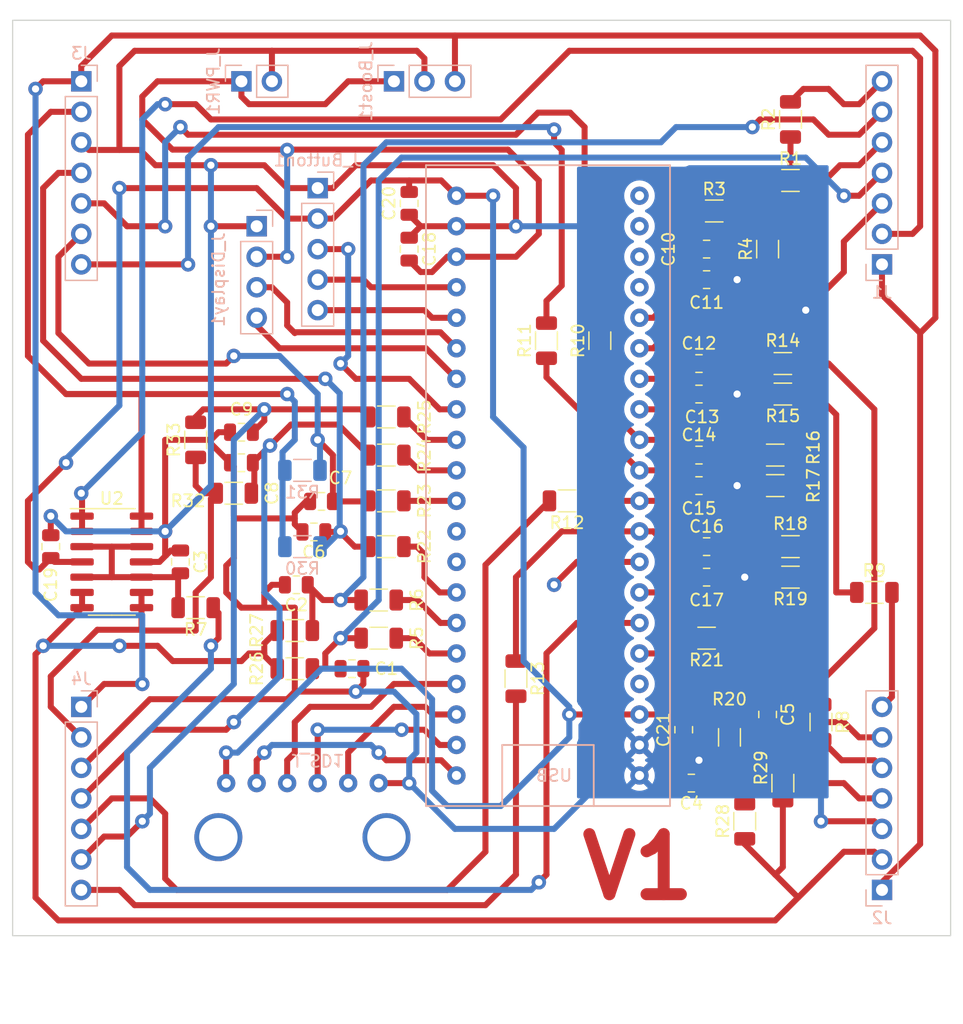
<source format=kicad_pcb>
(kicad_pcb (version 20211014) (generator pcbnew)
  (layers (0 "F.Cu" signal) (31 "B.Cu" signal) (34 "B.Paste" user) (35 "F.Paste" user) (36 "B.SilkS" user "B.Silkscreen") (37 "F.SilkS" user "F.Silkscreen") (38 "B.Mask" user) (39 "F.Mask" user) (44 "Edge.Cuts" user))
  (net 0 "")
  (net 1 "IN1")
  (net 2 "GND")
  (net 3 "IN2")
  (net 4 "+12V")
  (net 5 "Net-(C3-Pad2)")
  (net 6 "U1")
  (net 7 "U2")
  (net 8 "A1")
  (net 9 "A2")
  (net 10 "PWM1")
  (net 11 "PWM2")
  (net 12 "IN3")
  (net 13 "IN4")
  (net 14 "IN5")
  (net 15 "IN6")
  (net 16 "IN7")
  (net 17 "IN8")
  (net 18 "ref1")
  (net 19 "ref3")
  (net 20 "U5")
  (net 21 "U6")
  (net 22 "ref2")
  (net 23 "U3")
  (net 24 "U4")
  (net 25 "ref4")
  (net 26 "U7")
  (net 27 "U8")
  (net 28 "+5V")
  (net 29 "+3.3V")
  (net 30 "SW")
  (net 31 "DT")
  (net 32 "CLK")
  (net 33 "/SDA")
  (net 34 "REF_IN")
  (net 35 "A3")
  (net 36 "A4")
  (net 37 "A5")
  (net 38 "A6")
  (net 39 "A7")
  (net 40 "A8")
  (net 41 "PWM3")
  (net 42 "PWM4")
  (net 43 "PWM5")
  (net 44 "PWM6")
  (net 45 "PWM7")
  (net 46 "PWM8")
  (net 47 "Net-(J_Display1-Pad4)")
  (net 48 "Net-(J_SD1-Pad2)")
  (net 52 "unconnected-(U1-Pad13)")
  (net 57 "Net-(J_SD1-Pad3)")
  (net 58 "Net-(J_SD1-Pad4)")
  (net 59 "Net-(J_SD1-Pad5)")
  (footprint "Capacitor_SMD:C_0805_2012Metric" (layer "F.Cu") (at 83.185 62.865 180)
    (fp_text reference "C8")
    (fp_text value "C")
  )
  (footprint "Capacitor_SMD:C_0805_2012Metric" (layer "F.Cu") (at 83.1875 60.325 180)
    (fp_text reference "C9")
    (fp_text value "C")
  )
  (footprint "Resistor_SMD:R_1206_3216Metric" (layer "F.Cu") (at 94.615 77.47)
    (fp_text reference "R5")
    (fp_text value "10k")
  )
  (footprint "Resistor_SMD:R_1206_3216Metric" (layer "F.Cu") (at 95.25 62.23)
    (fp_text reference "R24")
    (fp_text value "10k")
  )
  (footprint "Capacitor_SMD:C_0805_2012Metric" (layer "F.Cu") (at 121.285 57.15)
    (fp_text reference "C13")
    (fp_text value "C")
  )
  (footprint "Resistor_SMD:R_1206_3216Metric" (layer "F.Cu") (at 79.375 60.96 90)
    (fp_text reference "R33")
    (fp_text value "10k")
  )
  (footprint "Capacitor_SMD:C_0805_2012Metric" (layer "F.Cu") (at 127 83.82 -90)
    (fp_text reference "C5")
    (fp_text value "C")
  )
  (footprint "Resistor_SMD:R_1206_3216Metric" (layer "F.Cu") (at 128.27 57.15 180)
    (fp_text reference "R15")
    (fp_text value "10k")
  )
  (footprint "Capacitor_SMD:C_0805_2012Metric" (layer "F.Cu") (at 121.92 72.39)
    (fp_text reference "C17")
    (fp_text value "C")
  )
  (footprint "Resistor_SMD:R_1206_3216Metric" (layer "F.Cu") (at 95.25 69.85)
    (fp_text reference "R22")
    (fp_text value "10k")
  )
  (footprint "Resistor_SMD:R_1206_3216Metric" (layer "F.Cu") (at 95.25 66.04)
    (fp_text reference "R23")
    (fp_text value "10k")
  )
  (footprint "Resistor_SMD:R_1206_3216Metric" (layer "F.Cu") (at 128.27 89.535 90)
    (fp_text reference "R29")
    (fp_text value "10k")
  )
  (footprint "Resistor_SMD:R_1206_3216Metric" (layer "F.Cu") (at 121.92 77.47 180)
    (fp_text reference "R21")
    (fp_text value "10k")
  )
  (footprint "Resistor_SMD:R_1206_3216Metric" (layer "F.Cu") (at 94.615 74.295)
    (fp_text reference "R6")
    (fp_text value "10k")
  )
  (footprint "Resistor_SMD:R_1206_3216Metric" (layer "F.Cu") (at 122.555 41.91)
    (fp_text reference "R3")
    (fp_text value "10k")
  )
  (footprint "Resistor_SMD:R_1206_3216Metric" (layer "F.Cu") (at 113.03 52.705 90)
    (fp_text reference "R10")
    (fp_text value "10k")
  )
  (footprint "Capacitor_SMD:C_0805_2012Metric" (layer "F.Cu") (at 121.285 62.23)
    (fp_text reference "C14")
    (fp_text value "C")
  )
  (footprint "Capacitor_SMD:C_0805_2012Metric" (layer "F.Cu") (at 121.92 47.625)
    (fp_text reference "C11")
    (fp_text value "C")
  )
  (footprint "Capacitor_SMD:C_0805_2012Metric" (layer "F.Cu") (at 121.92 45.085)
    (fp_text reference "C10")
    (fp_text value "C")
  )
  (footprint "Capacitor_SMD:C_0805_2012Metric" (layer "F.Cu") (at 67.31 69.85 -90)
    (fp_text reference "C19")
    (fp_text value "C")
  )
  (footprint "Resistor_SMD:R_1206_3216Metric" (layer "F.Cu") (at 128.905 69.85 180)
    (fp_text reference "R18")
    (fp_text value "10k")
  )
  (footprint "Capacitor_SMD:C_0805_2012Metric" (layer "F.Cu") (at 97.155 41.275 90)
    (fp_text reference "C20")
    (fp_text value "C")
  )
  (footprint "Package_SO:SOIC-14_3.9x8.7mm_P1.27mm" (layer "F.Cu") (at 72.39 71.12)
    (fp_text reference "U2")
    (fp_text value "LM324")
  )
  (footprint "Resistor_SMD:R_1206_3216Metric" (layer "F.Cu") (at 127 45.085 90)
    (fp_text reference "R4")
    (fp_text value "10k")
  )
  (footprint "Capacitor_SMD:C_0805_2012Metric" (layer "F.Cu") (at 89.22 68.625705 180)
    (fp_text reference "C6")
    (fp_text value "C")
  )
  (footprint "Capacitor_SMD:C_0805_2012Metric" (layer "F.Cu") (at 121.92 69.85)
    (fp_text reference "C16")
    (fp_text value "C")
  )
  (footprint "Resistor_SMD:R_1206_3216Metric" (layer "F.Cu") (at 87.63 76.835)
    (fp_text reference "R27")
    (fp_text value "10k")
  )
  (footprint "Resistor_SMD:R_1206_3216Metric" (layer "F.Cu") (at 95.25 59.055)
    (fp_text reference "R25")
    (fp_text value "10k")
  )
  (footprint "Resistor_SMD:R_1206_3216Metric" (layer "F.Cu") (at 108.585 52.705 90)
    (fp_text reference "R11")
    (fp_text value "10k")
  )
  (footprint "Capacitor_SMD:C_0805_2012Metric" (layer "F.Cu") (at 78.105 71.12 -90)
    (fp_text reference "C3")
    (fp_text value "C")
  )
  (footprint "Capacitor_SMD:C_0805_2012Metric" (layer "F.Cu") (at 121.285 54.61)
    (fp_text reference "C12")
    (fp_text value "C")
  )
  (footprint "Resistor_SMD:R_1206_3216Metric" (layer "F.Cu") (at 127.635 62.23 180)
    (fp_text reference "R16")
    (fp_text value "10k")
  )
  (footprint "Capacitor_SMD:C_0805_2012Metric" (layer "F.Cu") (at 87.757 73.025 180)
    (fp_text reference "C2")
    (fp_text value "C")
  )
  (footprint "Resistor_SMD:R_1206_3216Metric" (layer "F.Cu") (at 128.905 39.37)
    (fp_text reference "R1")
    (fp_text value "10k")
  )
  (footprint "Resistor_SMD:R_1206_3216Metric" (layer "F.Cu") (at 128.905 72.39 180)
    (fp_text reference "R19")
    (fp_text value "10k")
  )
  (footprint "Resistor_SMD:R_1206_3216Metric" (layer "F.Cu") (at 106.045 80.8375 -90)
    (fp_text reference "R13")
    (fp_text value "10k")
  )
  (footprint "Resistor_SMD:R_1206_3216Metric" (layer "F.Cu") (at 82.55 65.405)
    (fp_text reference "R32")
    (fp_text value "10k")
  )
  (footprint "Resistor_SMD:R_1206_3216Metric" (layer "F.Cu") (at 123.825 85.725 90)
    (fp_text reference "R20")
    (fp_text value "10k")
  )
  (footprint "Resistor_SMD:R_1206_3216Metric" (layer "F.Cu") (at 135.89 73.66)
    (fp_text reference "R9")
    (fp_text value "10k")
  )
  (footprint "Resistor_SMD:R_1206_3216Metric" (layer "F.Cu") (at 87.63 80.01)
    (fp_text reference "R26")
    (fp_text value "10k")
  )
  (footprint "Capacitor_SMD:C_0805_2012Metric" (layer "F.Cu") (at 120.65 89.535 180)
    (fp_text reference "C4")
    (fp_text value "C")
  )
  (footprint "Resistor_SMD:R_1206_3216Metric" (layer "F.Cu") (at 127.635 64.77 180)
    (fp_text reference "R17")
    (fp_text value "10k")
  )
  (footprint "Resistor_SMD:R_1206_3216Metric" (layer "F.Cu") (at 125.095 92.71 90)
    (fp_text reference "R28")
    (fp_text value "10k")
  )
  (footprint "Capacitor_SMD:C_0805_2012Metric" (layer "F.Cu") (at 121.285 64.77)
    (fp_text reference "C15")
    (fp_text value "C")
  )
  (footprint "Resistor_SMD:R_1206_3216Metric" (layer "F.Cu") (at 79.375 74.93 180)
    (fp_text reference "R7")
    (fp_text value "10k")
  )
  (footprint "Resistor_SMD:R_1206_3216Metric" (layer "F.Cu") (at 128.27 54.61 180)
    (fp_text reference "R14")
    (fp_text value "10k")
  )
  (footprint "Capacitor_SMD:C_0805_2012Metric" (layer "F.Cu") (at 89.855 66.085705 180)
    (fp_text reference "C7")
    (fp_text value "C")
  )
  (footprint "Capacitor_SMD:C_0805_2012Metric" (layer "F.Cu") (at 120.015 85.09 90)
    (fp_text reference "C21")
    (fp_text value "C")
  )
  (footprint "Resistor_SMD:R_1206_3216Metric" (layer "F.Cu") (at 110.2975 66.04 180)
    (fp_text reference "R12")
    (fp_text value "10k")
  )
  (footprint "Capacitor_SMD:C_0805_2012Metric" (layer "F.Cu") (at 97.155 45.085 -90)
    (fp_text reference "C18")
    (fp_text value "C")
  )
  (footprint "Capacitor_SMD:C_0805_2012Metric" (layer "F.Cu") (at 92.39 80.01)
    (fp_text reference "C1")
    (fp_text value "C")
  )
  (footprint "Resistor_SMD:R_1206_3216Metric" (layer "F.Cu") (at 128.905 34.29 90)
    (fp_text reference "R2")
    (fp_text value "10k")
  )
  (footprint "Resistor_SMD:R_1206_3216Metric" (layer "F.Cu") (at 131.445 84.455 -90)
    (fp_text reference "R8")
    (fp_text value "10k")
  )
  (footprint "Resistor_SMD:R_1206_3216Metric" (layer "B.Cu") (at 88.265 63.5)
    (fp_text reference "R31")
    (fp_text value "10k")
  )
  (footprint "Connector_PinHeader_2.54mm:PinHeader_1x07_P2.54mm_Vertical" (layer "B.Cu") (at 136.525 46.355)
    (fp_text reference "J1")
    (fp_text value "Conn_01x07_Male")
  )
  (footprint "Connector_PinHeader_2.54mm:PinHeader_1x03_P2.54mm_Vertical" (layer "B.Cu") (at 95.885 31.115 -90)
    (fp_text reference "J_Boost1")
    (fp_text value "Conn_01x03_Male")
  )
  (footprint "Connector_PinHeader_2.54mm:PinHeader_1x05_P2.54mm_Vertical" (layer "B.Cu") (at 89.535 40.005 180)
    (fp_text reference "J_Button1")
    (fp_text value "Conn_01x05_Male")
  )
  (footprint "Connector_PinHeader_2.54mm:PinHeader_1x07_P2.54mm_Vertical" (layer "B.Cu") (at 136.525 98.425)
    (fp_text reference "J2")
    (fp_text value "Conn_01x07_Male")
  )
  (footprint "controller:BluePill" (layer "B.Cu") (at 108.712 64.77)
    (fp_text reference "U1" hide)
    (fp_text value "BluePill_STM32F103C" hide)
  )
  (footprint "Connector_PinHeader_2.54mm:PinHeader_1x02_P2.54mm_Vertical" (layer "B.Cu") (at 83.185 31.115 -90)
    (fp_text reference "J_PWR1")
    (fp_text value "Conn_01x02_Male")
  )
  (footprint "Connector_PinHeader_2.54mm:PinHeader_1x07_P2.54mm_Vertical" (layer "B.Cu") (at 69.85 31.115 180)
    (fp_text reference "J3")
    (fp_text value "Conn_01x07_Male")
  )
  (footprint "controller:SD_Card_reader" (layer "B.Cu") (at 88.265 89.535 -90)
    (fp_text reference "J_SD1")
    (fp_text value "Conn_01x06_Male")
  )
  (footprint "Resistor_SMD:R_1206_3216Metric" (layer "B.Cu") (at 88.265 69.85)
    (fp_text reference "R30")
    (fp_text value "10k")
  )
  (footprint "Connector_PinHeader_2.54mm:PinHeader_1x07_P2.54mm_Vertical" (layer "B.Cu") (at 69.85 83.185 180)
    (fp_text reference "J4")
    (fp_text value "Conn_01x07_Male")
  )
  (footprint "Connector_PinHeader_2.54mm:PinHeader_1x04_P2.54mm_Vertical" (layer "B.Cu") (at 84.455 43.18 180)
    (fp_text reference "J_Display1")
    (fp_text value "Conn_01x04_Male")
  )
  (gr_rect (start 64.135 26.035) (end 142.24 102.235) (layer "Edge.Cuts") (width 0.1) (fill none))
  (gr_text "V1" (at 116.205 96.52) (layer "F.Cu") (effects (font (size 5 5) (thickness 1))))
  (segment (start 91.44 77.47) (end 90.17 78.74) (width 0.5) (layer "F.Cu") (net 1))
  (segment (start 134.62 40.64) (end 133.35 40.64) (width 0.5) (layer "F.Cu") (net 1))
  (segment (start 90.17 78.74) (end 90.17 80.01) (width 0.5) (layer "F.Cu") (net 1))
  (segment (start 91.44 80.01) (end 90.17 80.01) (width 0.5) (layer "F.Cu") (net 1))
  (segment (start 136.525 38.735) (end 134.62 40.64) (width 0.5) (layer "F.Cu") (net 1))
  (segment (start 89.0925 80.01) (end 90.17 80.01) (width 0.5) (layer "F.Cu") (net 1))
  (segment (start 91.44 77.47) (end 93.1525 77.47) (width 0.5) (layer "F.Cu") (net 1))
  (via (at 91.44 77.47) (size 1.2) (drill 0.6) (layers "F.Cu" "B.Cu") (net 1))
  (via (at 133.35 40.64) (size 1.2) (drill 0.6) (layers "F.Cu" "B.Cu") (net 1))
  (segment (start 130.175 37.465) (end 96.52 37.465) (width 0.5) (layer "B.Cu") (net 1))
  (segment (start 94.615 74.295) (end 91.44 77.47) (width 0.5) (layer "B.Cu") (net 1))
  (segment (start 94.615 39.37) (end 94.615 74.295) (width 0.5) (layer "B.Cu") (net 1))
  (segment (start 133.35 40.64) (end 130.175 37.465) (width 0.5) (layer "B.Cu") (net 1))
  (segment (start 96.52 37.465) (end 94.615 39.37) (width 0.5) (layer "B.Cu") (net 1))
  (segment (start 122.87 47.625) (end 124.46 47.625) (width 0.5) (layer "F.Cu") (net 2))
  (segment (start 76.915 70.565) (end 76.36 71.12) (width 0.5) (layer "F.Cu") (net 2))
  (segment (start 124.46 64.77) (end 124.46 62.23) (width 0.5) (layer "F.Cu") (net 2))
  (segment (start 80.645 60.96) (end 76.835 60.96) (width 0.5) (layer "F.Cu") (net 2))
  (segment (start 124.46 62.23) (end 126.1725 62.23) (width 0.5) (layer "F.Cu") (net 2))
  (segment (start 98.11 43.18) (end 97.155 44.135) (width 0.5) (layer "F.Cu") (net 2))
  (segment (start 124.46 57.15) (end 124.46 54.61) (width 0.5) (layer "F.Cu") (net 2))
  (segment (start 136.525 41.275) (end 133.35 44.45) (width 0.5) (layer "F.Cu") (net 2))
  (segment (start 124.0175 41.91) (end 125.73 41.91) (width 0.5) (layer "F.Cu") (net 2))
  (segment (start 106.044998 43.18) (end 106.045 43.180002) (width 0.5) (layer "F.Cu") (net 2))
  (segment (start 125.73 42.545) (end 125.73 41.91) (width 0.5) (layer "F.Cu") (net 2))
  (segment (start 120.015 87.63) (end 120.015 86.04) (width 0.5) (layer "F.Cu") (net 2))
  (segment (start 126.8075 57.15) (end 124.46 57.15) (width 0.5) (layer "F.Cu") (net 2))
  (segment (start 80.645 60.96) (end 80.645 61.275) (width 0.5) (layer "F.Cu") (net 2))
  (segment (start 90.805 40.005) (end 92.71 38.1) (width 0.5) (layer "F.Cu") (net 2))
  (segment (start 74.752525 36.83) (end 76.022525 38.1) (width 0.5) (layer "F.Cu") (net 2))
  (segment (start 85.09 73.66) (end 85.09 74.6125) (width 0.5) (layer "F.Cu") (net 2))
  (segment (start 121.285 87.63) (end 121.92 86.995) (width 0.5) (layer "F.Cu") (net 2))
  (segment (start 84.455 43.18) (end 80.645 43.18) (width 0.5) (layer "F.Cu") (net 2))
  (segment (start 82.55 63.18) (end 82.235 62.865) (width 0.5) (layer "F.Cu") (net 2))
  (segment (start 89.535 40.005) (end 90.805 40.005) (width 0.5) (layer "F.Cu") (net 2))
  (segment (start 86.995 40.005) (end 89.535 40.005) (width 0.5) (layer "F.Cu") (net 2))
  (segment (start 127 42.545) (end 127 43.6225) (width 0.5) (layer "F.Cu") (net 2))
  (segment (start 122.87 72.39) (end 125.095 72.39) (width 0.5) (layer "F.Cu") (net 2))
  (segment (start 119.7 89.535) (end 119.7 87.945) (width 0.5) (layer "F.Cu") (net 2))
  (segment (start 125.095 72.39) (end 127.4425 72.39) (width 0.5) (layer "F.Cu") (net 2))
  (segment (start 76.36 71.12) (end 74.865 71.12) (width 0.5) (layer "F.Cu") (net 2))
  (segment (start 125.095 69.85) (end 127.4425 69.85) (width 0.5) (layer "F.Cu") (net 2))
  (segment (start 87.63 67.5) (end 82.55 67.5) (width 0.5) (layer "F.Cu") (net 2))
  (segment (start 133.35 46.99) (end 130.175 50.165) (width 0.5) (layer "F.Cu") (net 2))
  (segment (start 73.025 29.845) (end 73.025 36.83) (width 0.5) (layer "F.Cu") (net 2))
  (segment (start 75.565 82.55) (end 86.995 82.55) (width 0.5) (layer "F.Cu") (net 2))
  (segment (start 70.485 36.83) (end 74.752525 36.83) (width 0.5) (layer "F.Cu") (net 2))
  (segment (start 98.11 43.18) (end 97.155 42.225) (width 0.5) (layer "F.Cu") (net 2))
  (segment (start 117.602 87.63) (end 119.385 87.63) (width 0.5) (layer "F.Cu") (net 2))
  (segment (start 116.332 88.9) (end 117.602 87.63) (width 0.5) (layer "F.Cu") (net 2))
  (segment (start 87.63 67.017852) (end 88.562147 66.085705) (width 0.5) (layer "F.Cu") (net 2))
  (segment (start 82.2375 60.325) (end 81.28 60.325) (width 0.5) (layer "F.Cu") (net 2))
  (segment (start 74.295 28.575) (end 73.025 29.845) (width 0.5) (layer "F.Cu") (net 2))
  (segment (start 122.87 69.85) (end 125.095 69.85) (width 0.5) (layer "F.Cu") (net 2))
  (segment (start 124.46 57.15) (end 122.235 57.15) (width 0.5) (layer "F.Cu") (net 2))
  (segment (start 85.725 31.115) (end 85.725 28.575) (width 0.5) (layer "F.Cu") (net 2))
  (segment (start 85.725 28.575) (end 74.295 28.575) (width 0.5) (layer "F.Cu") (net 2))
  (segment (start 93.34 81.285) (end 93.34 80.01) (width 0.5) (layer "F.Cu") (net 2))
  (segment (start 87.63 74.93) (end 83.18 74.93) (width 0.5) (layer "F.Cu") (net 2))
  (segment (start 121.92 86.995) (end 121.92 86.36) (width 0.5) (layer "F.Cu") (net 2))
  (segment (start 122.555 85.725) (end 126.045 85.725) (width 0.5) (layer "F.Cu") (net 2))
  (segment (start 92.71 81.915) (end 87.63 81.915) (width 0.5) (layer "F.Cu") (net 2))
  (segment (start 76.835 60.96) (end 76.835 68.58) (width 0.5) (layer "F.Cu") (net 2))
  (segment (start 69.85 36.195) (end 70.485 36.83) (width 0.5) (layer "F.Cu") (net 2))
  (segment (start 67.31 67.31) (end 67.31 68.9) (width 0.5) (layer "F.Cu") (net 2))
  (segment (start 125.095 69.85) (end 125.095 72.39) (width 0.5) (layer "F.Cu") (net 2))
  (segment (start 88.562147 66.085705) (end 88.905 66.085705) (width 0.5) (layer "F.Cu") (net 2))
  (segment (start 78.105 70.17) (end 77.31 70.17) (width 0.5) (layer "F.Cu") (net 2))
  (segment (start 135.89 92.71) (end 131.445 92.71) (width 0.5) (layer "F.Cu") (net 2))
  (segment (start 87.63 67.985705) (end 87.63 67.017852) (width 0.5) (layer "F.Cu") (net 2))
  (segment (start 124.46 43.815) (end 125.73 42.545) (width 0.5) (layer "F.Cu") (net 2))
  (segment (start 122.235 62.23) (end 124.46 62.23) (width 0.5) (layer "F.Cu") (net 2))
  (segment (start 124.46 64.77) (end 122.235 64.77) (width 0.5) (layer "F.Cu") (net 2))
  (segment (start 101.092 43.18) (end 98.11 43.18) (width 0.5) (layer "F.Cu") (net 2))
  (segment (start 82.55 67.31) (end 82.55 63.18) (width 0.5) (layer "F.Cu") (net 2))
  (segment (start 122.235 54.61) (end 126.8075 54.61) (width 0.5) (layer "F.Cu") (net 2))
  (segment (start 94.615 89.535) (end 97.155 89.535) (width 0.5) (layer "F.Cu") (net 2))
  (segment (start 97.79 28.575) (end 98.425 29.21) (width 0.5) (layer "F.Cu") (net 2))
  (segment (start 81.92 71.435) (end 82.55 70.805) (width 0.5) (layer "F.Cu") (net 2))
  (segment (start 88.27 68.625705) (end 87.63 67.985705) (width 0.5) (layer "F.Cu") (net 2))
  (segment (start 116.332 86.36) (end 117.602 87.63) (width 0.5) (layer "F.Cu") (net 2))
  (segment (start 69.85 88.265) (end 75.565 82.55) (width 0.5) (layer "F.Cu") (net 2))
  (segment (start 83.18 74.93) (end 81.92 73.67) (width 0.5) (layer "F.Cu") (net 2))
  (segment (start 101.092 43.18) (end 106.044998 43.18) (width 0.5) (layer "F.Cu") (net 2))
  (segment (start 121.285 87.63) (end 120.015 87.63) (width 0.5) (layer "F.Cu") (net 2))
  (segment (start 119.385 87.63) (end 119.7 87.945) (width 0.5) (layer "F.Cu") (net 2))
  (segment (start 98.425 29.21) (end 98.425 31.115) (width 0.5) (layer "F.Cu") (net 2))
  (segment (start 92.71 81.915) (end 93.34 81.285) (width 0.5) (layer "F.Cu") (net 2))
  (segment (start 80.645 61.275) (end 82.235 62.865) (width 0.5) (layer "F.Cu") (net 2))
  (segment (start 76.915 70.565) (end 76.835 70.485) (width 0.5) (layer "F.Cu") (net 2))
  (segment (start 86.807 73.025) (end 85.725 73.025) (width 0.5) (layer "F.Cu") (net 2))
  (segment (start 85.725 73.025) (end 85.09 73.66) (width 0.5) (layer "F.Cu") (net 2))
  (segment (start 92.71 38.1) (end 104.14 38.1) (width 0.5) (layer "F.Cu") (net 2))
  (segment (start 81.92 73.67) (end 81.92 71.435) (width 0.5) (layer "F.Cu") (net 2))
  (segment (start 119.7 87.945) (end 120.015 87.63) (width 0.5) (layer "F.Cu") (net 2))
  (segment (start 136.525 93.345) (end 135.89 92.71) (width 0.5) (layer "F.Cu") (net 2))
  (segment (start 106.045 40.005) (end 106.045 43.180002) (width 0.5) (layer "F.Cu") (net 2))
  (segment (start 76.022525 38.1) (end 85.09 38.1) (width 0.5) (layer "F.Cu") (net 2))
  (segment (start 126.1725 64.77) (end 124.46 64.77) (width 0.5) (layer "F.Cu") (net 2))
  (segment (start 82.55 70.805) (end 82.55 67.69) (width 0.5) (layer "F.Cu") (net 2))
  (segment (start 121.92 86.36) (end 122.555 85.725) (width 0.5) (layer "F.Cu") (net 2))
  (segment (start 85.725 28.575) (end 97.79 28.575) (width 0.5) (layer "F.Cu") (net 2))
  (segment (start 86.995 82.55) (end 87.63 81.915) (width 0.5) (layer "F.Cu") (net 2))
  (segment (start 125.73 41.91) (end 126.365 41.91) (width 0.5) (layer "F.Cu") (net 2))
  (segment (start 133.35 44.45) (end 133.35 46.99) (width 0.5) (layer "F.Cu") (net 2))
  (segment (start 122.87 45.085) (end 124.46 45.085) (width 0.5) (layer "F.Cu") (net 2))
  (segment (start 87.63 81.915) (end 87.63 74.93) (width 0.5) (layer "F.Cu") (net 2))
  (segment (start 85.09 38.1) (end 86.995 40.005) (width 0.5) (layer "F.Cu") (net 2))
  (segment (start 126.045 85.725) (end 127 84.77) (width 0.5) (layer "F.Cu") (net 2))
  (segment (start 124.46 47.625) (end 124.46 45.085) (width 0.5) (layer "F.Cu") (net 2))
  (segment (start 77.31 70.17) (end 76.915 70.565) (width 0.5) (layer "F.Cu") (net 2))
  (segment (start 104.14 38.1) (end 106.045 40.005) (width 0.5) (layer "F.Cu") (net 2))
  (segment (start 81.28 60.325) (end 80.645 60.96) (width 0.5) (layer "F.Cu") (net 2))
  (segment (start 126.365 41.91) (end 127 42.545) (width 0.5) (layer "F.Cu") (net 2))
  (segment (start 76.835 70.485) (end 76.835 68.58) (width 0.5) (layer "F.Cu") (net 2))
  (segment (start 124.46 45.085) (end 124.46 43.815) (width 0.5) (layer "F.Cu") (net 2))
  (via (at 124.46 64.77) (size 1.2) (drill 0.6) (layers "F.Cu" "B.Cu") (net 2))
  (via (at 130.175 50.165) (size 1.2) (drill 0.6) (layers "F.Cu" "B.Cu") (net 2))
  (via (at 121.285 87.63) (size 1.2) (drill 0.6) (layers "F.Cu" "B.Cu") (net 2))
  (via (at 125.095 72.39) (size 1.2) (drill 0.6) (layers "F.Cu" "B.Cu") (net 2))
  (via (at 97.155 89.535) (size 1.2) (drill 0.6) (layers "F.Cu" "B.Cu") (net 2))
  (via (at 67.31 67.31) (size 1.2) (drill 0.6) (layers "F.Cu" "B.Cu") (net 2))
  (via (at 92.71 81.915) (size 1.2) (drill 0.6) (layers "F.Cu" "B.Cu") (net 2))
  (via (at 124.46 47.625) (size 1.2) (drill 0.6) (layers "F.Cu" "B.Cu") (net 2))
  (via (at 106.045 43.180002) (size 1.2) (drill 0.6) (layers "F.Cu" "B.Cu") (net 2))
  (via (at 80.645 38.1) (size 1.2) (drill 0.6) (layers "F.Cu" "B.Cu") (net 2))
  (via (at 80.645 43.18) (size 1.2) (drill 0.6) (layers "F.Cu" "B.Cu") (net 2))
  (via (at 131.445 92.71) (size 1.2) (drill 0.6) (layers "F.Cu" "B.Cu") (net 2))
  (via (at 76.835 68.58) (size 1.2) (drill 0.6) (layers "F.Cu" "B.Cu") (net 2))
  (via (at 124.46 57.15) (size 1.2) (drill 0.6) (layers "F.Cu" "B.Cu") (net 2))
  (segment (start 106.045002 43.18) (end 106.045 43.180002) (width 0.5) (layer "B.Cu") (net 2))
  (segment (start 80.645 38.1) (end 80.645 64.77) (width 0.5) (layer "B.Cu") (net 2))
  (segment (start 97.155 89.535) (end 100.965 93.345) (width 0.5) (layer "B.Cu") (net 2))
  (segment (start 67.31 67.31) (end 68.58 68.58) (width 0.5) (layer "B.Cu") (net 2))
  (segment (start 97.756041 83.786041) (end 97.756041 86.995) (width 0.5) (layer "B.Cu") (net 2))
  (segment (start 92.71 81.915) (end 95.885 81.915) (width 0.5) (layer "B.Cu") (net 2))
  (segment (start 109.22 93.345) (end 113.03 89.535) (width 0.5) (layer "B.Cu") (net 2))
  (segment (start 95.885 81.915) (end 97.756041 83.786041) (width 0.5) (layer "B.Cu") (net 2))
  (segment (start 100.965 93.345) (end 109.22 93.345) (width 0.5) (layer "B.Cu") (net 2))
  (segment (start 113.03 89.535) (end 113.665 89.535) (width 0.5) (layer "B.Cu") (net 2))
  (segment (start 68.58 68.58) (end 76.835 68.58) (width 0.5) (layer "B.Cu") (net 2))
  (segment (start 131.445 92.71) (end 131.445 89.535) (width 0.5) (layer "B.Cu") (net 2))
  (segment (start 97.756041 86.995) (end 97.155 87.596041) (width 0.5) (layer "B.Cu") (net 2))
  (segment (start 97.155 87.596041) (end 97.155 89.535) (width 0.5) (layer "B.Cu") (net 2))
  (segment (start 112.395 43.18) (end 106.045002 43.18) (width 0.5) (layer "B.Cu") (net 2))
  (segment (start 80.645 64.77) (end 76.835 68.58) (width 0.5) (layer "B.Cu") (net 2))
  (segment (start 132.08 35.56) (end 130.81 34.29) (width 0.5) (layer "F.Cu") (net 3))
  (segment (start 136.525 33.655) (end 134.62 35.56) (width 0.5) (layer "F.Cu") (net 3))
  (segment (start 126.365 34.29) (end 125.73 34.925) (width 0.5) (layer "F.Cu") (net 3))
  (segment (start 89.0925 73.4105) (end 88.707 73.025) (width 0.5) (layer "F.Cu") (net 3))
  (segment (start 134.62 35.56) (end 132.08 35.56) (width 0.5) (layer "F.Cu") (net 3))
  (segment (start 88.707 73.025) (end 89.977 74.295) (width 0.5) (layer "F.Cu") (net 3))
  (segment (start 89.977 74.295) (end 93.1525 74.295) (width 0.5) (layer "F.Cu") (net 3))
  (segment (start 130.81 34.29) (end 126.365 34.29) (width 0.5) (layer "F.Cu") (net 3))
  (segment (start 89.0925 76.835) (end 89.0925 73.4105) (width 0.5) (layer "F.Cu") (net 3))
  (via (at 125.73 34.925) (size 1.2) (drill 0.6) (layers "F.Cu" "B.Cu") (net 3))
  (via (at 91.44 74.295) (size 1.2) (drill 0.6) (layers "F.Cu" "B.Cu") (net 3))
  (segment (start 118.11 36.195) (end 119.38 34.925) (width 0.5) (layer "B.Cu") (net 3))
  (segment (start 95.25 36.195) (end 118.11 36.195) (width 0.5) (layer "B.Cu") (net 3))
  (segment (start 91.44 74.295) (end 93.345 72.39) (width 0.5) (layer "B.Cu") (net 3))
  (segment (start 93.345 38.1) (end 95.25 36.195) (width 0.5) (layer "B.Cu") (net 3))
  (segment (start 119.38 34.925) (end 125.73 34.925) (width 0.5) (layer "B.Cu") (net 3))
  (segment (start 93.345 72.39) (end 93.345 38.1) (width 0.5) (layer "B.Cu") (net 3))
  (segment (start 136.525 97.79) (end 139.7 94.615) (width 0.5) (layer "F.Cu") (net 4))
  (segment (start 100.965 27.305) (end 72.39 27.305) (width 0.5) (layer "F.Cu") (net 4))
  (segment (start 139.7 52.07) (end 140.97 50.8) (width 0.5) (layer "F.Cu") (net 4))
  (segment (start 66.675 31.115) (end 69.85 31.115) (width 0.5) (layer "F.Cu") (net 4))
  (segment (start 100.965 31.115) (end 100.965 27.305) (width 0.5) (layer "F.Cu") (net 4))
  (segment (start 140.97 28.575) (end 139.7 27.305) (width 0.5) (layer "F.Cu") (net 4))
  (segment (start 139.7 94.615) (end 139.7 52.07) (width 0.5) (layer "F.Cu") (net 4))
  (segment (start 69.85 29.845) (end 69.85 31.115) (width 0.5) (layer "F.Cu") (net 4))
  (segment (start 136.525 46.355) (end 136.525 48.895) (width 0.5) (layer "F.Cu") (net 4))
  (segment (start 136.525 98.425) (end 136.525 97.79) (width 0.5) (layer "F.Cu") (net 4))
  (segment (start 139.7 27.305) (end 100.965 27.305) (width 0.5) (layer "F.Cu") (net 4))
  (segment (start 136.525 48.895) (end 139.7 52.07) (width 0.5) (layer "F.Cu") (net 4))
  (segment (start 69.85 83.185) (end 71.755 81.28) (width 0.5) (layer "F.Cu") (net 4))
  (segment (start 71.755 81.28) (end 74.93 81.28) (width 0.5) (layer "F.Cu") (net 4))
  (segment (start 140.97 50.8) (end 140.97 28.575) (width 0.5) (layer "F.Cu") (net 4))
  (segment (start 72.39 27.305) (end 69.85 29.845) (width 0.5) (layer "F.Cu") (net 4))
  (segment (start 66.04 31.75) (end 66.675 31.115) (width 0.5) (layer "F.Cu") (net 4))
  (via (at 74.93 81.28) (size 1.2) (drill 0.6) (layers "F.Cu" "B.Cu") (net 4))
  (via (at 66.04 31.75) (size 1.2) (drill 0.6) (layers "F.Cu" "B.Cu") (net 4))
  (segment (start 66.04 31.75) (end 66.04 73.66) (width 0.5) (layer "B.Cu") (net 4))
  (segment (start 74.93 75.565) (end 74.93 81.28) (width 0.5) (layer "B.Cu") (net 4))
  (segment (start 66.04 73.66) (end 67.945 75.565) (width 0.5) (layer "B.Cu") (net 4))
  (segment (start 67.945 75.565) (end 74.93 75.565) (width 0.5) (layer "B.Cu") (net 4))
  (segment (start 77.9125 74.93) (end 77.9125 72.2625) (width 0.5) (layer "F.Cu") (net 5))
  (segment (start 77.785 72.39) (end 74.865 72.39) (width 0.5) (layer "F.Cu") (net 5))
  (segment (start 72.39 69.85) (end 69.915 69.85) (width 0.5) (layer "F.Cu") (net 5))
  (segment (start 74.865 69.85) (end 72.39 69.85) (width 0.5) (layer "F.Cu") (net 5))
  (segment (start 72.39 72.39) (end 69.915 72.39) (width 0.5) (layer "F.Cu") (net 5))
  (segment (start 72.39 69.85) (end 72.39 72.39) (width 0.5) (layer "F.Cu") (net 5))
  (segment (start 72.39 72.39) (end 74.865 72.39) (width 0.5) (layer "F.Cu") (net 5))
  (segment (start 77.9125 72.2625) (end 78.105 72.07) (width 0.5) (layer "F.Cu") (net 5))
  (segment (start 78.105 72.07) (end 77.785 72.39) (width 0.5) (layer "F.Cu") (net 5))
  (segment (start 131.7625 39.37) (end 130.3675 39.37) (width 0.5) (layer "F.Cu") (net 6))
  (segment (start 134.62 38.1) (end 133.0325 38.1) (width 0.5) (layer "F.Cu") (net 6))
  (segment (start 133.0325 38.1) (end 131.7625 39.37) (width 0.5) (layer "F.Cu") (net 6))
  (segment (start 136.525 36.195) (end 134.62 38.1) (width 0.5) (layer "F.Cu") (net 6))
  (segment (start 133.345 33.02) (end 132.08 31.755) (width 0.5) (layer "F.Cu") (net 7))
  (segment (start 132.08 31.75) (end 129.9825 31.75) (width 0.5) (layer "F.Cu") (net 7))
  (segment (start 129.9825 31.75) (end 128.905 32.8275) (width 0.5) (layer "F.Cu") (net 7))
  (segment (start 132.08 31.755) (end 132.08 31.75) (width 0.5) (layer "F.Cu") (net 7))
  (segment (start 136.525 31.115) (end 134.62 33.02) (width 0.5) (layer "F.Cu") (net 7))
  (segment (start 134.62 33.02) (end 133.345 33.02) (width 0.5) (layer "F.Cu") (net 7))
  (segment (start 119.38 45.085) (end 120.97 45.085) (width 0.5) (layer "F.Cu") (net 8))
  (segment (start 118.745 49.53) (end 118.745 45.72) (width 0.5) (layer "F.Cu") (net 8))
  (segment (start 120.97 45.085) (end 120.015 45.085) (width 0.5) (layer "F.Cu") (net 8))
  (segment (start 118.745 45.72) (end 119.38 45.085) (width 0.5) (layer "F.Cu") (net 8))
  (segment (start 120.015 45.085) (end 120.015 41.91) (width 0.5) (layer "F.Cu") (net 8))
  (segment (start 117.475 50.8) (end 118.745 49.53) (width 0.5) (layer "F.Cu") (net 8))
  (segment (start 120.65 39.37) (end 120.015 40.005) (width 0.5) (layer "F.Cu") (net 8))
  (segment (start 120.015 41.91) (end 121.0925 41.91) (width 0.5) (layer "F.Cu") (net 8))
  (segment (start 120.015 40.005) (end 120.015 41.91) (width 0.5) (layer "F.Cu") (net 8))
  (segment (start 127.4425 39.37) (end 120.65 39.37) (width 0.5) (layer "F.Cu") (net 8))
  (segment (start 116.332 50.8) (end 117.475 50.8) (width 0.5) (layer "F.Cu") (net 8))
  (segment (start 130.175 43.18) (end 130.175 46.99) (width 0.5) (layer "F.Cu") (net 9))
  (segment (start 121.285 49.53) (end 126.1725 49.53) (width 0.5) (layer "F.Cu") (net 9))
  (segment (start 128.905 41.91) (end 130.175 43.18) (width 0.5) (layer "F.Cu") (net 9))
  (segment (start 120.97 49.215) (end 121.285 49.53) (width 0.5) (layer "F.Cu") (net 9))
  (segment (start 128.905 35.7525) (end 128.905 41.91) (width 0.5) (layer "F.Cu") (net 9))
  (segment (start 120.97 49.215) (end 120.97 47.625) (width 0.5) (layer "F.Cu") (net 9))
  (segment (start 120.97 49.215) (end 120.97 49.845) (width 0.5) (layer "F.Cu") (net 9))
  (segment (start 127 49.53) (end 126.1725 49.53) (width 0.5) (layer "F.Cu") (net 9))
  (segment (start 127 46.5475) (end 127 49.53) (width 0.5) (layer "F.Cu") (net 9))
  (segment (start 127.635 49.53) (end 126.1725 49.53) (width 0.5) (layer "F.Cu") (net 9))
  (segment (start 117.475 53.34) (end 116.332 53.34) (width 0.5) (layer "F.Cu") (net 9))
  (segment (start 120.97 49.845) (end 117.475 53.34) (width 0.5) (layer "F.Cu") (net 9))
  (segment (start 130.175 46.99) (end 127.635 49.53) (width 0.5) (layer "F.Cu") (net 9))
  (segment (start 101.092 78.74) (end 98.83875 78.74) (width 0.5) (layer "F.Cu") (net 10))
  (segment (start 98.83875 78.74) (end 97.56875 77.47) (width 0.5) (layer "F.Cu") (net 10))
  (segment (start 97.56875 77.47) (end 96.0775 77.47) (width 0.5) (layer "F.Cu") (net 10))
  (segment (start 99.7585 76.2) (end 101.092 76.2) (width 0.5) (layer "F.Cu") (net 11))
  (segment (start 97.8535 74.295) (end 99.7585 76.2) (width 0.5) (layer "F.Cu") (net 11))
  (segment (start 96.0775 74.295) (end 97.8535 74.295) (width 0.5) (layer "F.Cu") (net 11))
  (segment (start 134.62 90.805) (end 136.525 90.805) (width 0.5) (layer "F.Cu") (net 12))
  (segment (start 126.8075 89.535) (end 123.19 89.535) (width 0.5) (layer "F.Cu") (net 12))
  (segment (start 123.825 87.1875) (end 123.825 89.535) (width 0.5) (layer "F.Cu") (net 12))
  (segment (start 126.8075 89.535) (end 133.35 89.535) (width 0.5) (layer "F.Cu") (net 12))
  (segment (start 125.095 91.2475) (end 125.095 89.535) (width 0.5) (layer "F.Cu") (net 12))
  (segment (start 125.095 89.535) (end 126.8075 89.535) (width 0.5) (layer "F.Cu") (net 12))
  (segment (start 133.35 89.535) (end 134.62 90.805) (width 0.5) (layer "F.Cu") (net 12))
  (segment (start 123.19 89.535) (end 121.6 89.535) (width 0.5) (layer "F.Cu") (net 12))
  (segment (start 136.525 85.725) (end 134.62 85.725) (width 0.5) (layer "F.Cu") (net 13))
  (segment (start 134.62 85.725) (end 133.35 84.455) (width 0.5) (layer "F.Cu") (net 13))
  (segment (start 123.3825 77.47) (end 124.46 77.47) (width 0.5) (layer "F.Cu") (net 13))
  (segment (start 128.905 81.915) (end 128.905 87.4375) (width 0.5) (layer "F.Cu") (net 13))
  (segment (start 127 81.28) (end 127.635 80.645) (width 0.5) (layer "F.Cu") (net 13))
  (segment (start 133.35 84.455) (end 128.905 84.455) (width 0.5) (layer "F.Cu") (net 13))
  (segment (start 127 82.87) (end 127 81.28) (width 0.5) (layer "F.Cu") (net 13))
  (segment (start 128.905 87.4375) (end 128.27 88.0725) (width 0.5) (layer "F.Cu") (net 13))
  (segment (start 124.46 77.47) (end 127.635 80.645) (width 0.5) (layer "F.Cu") (net 13))
  (segment (start 127.635 80.645) (end 128.905 81.915) (width 0.5) (layer "F.Cu") (net 13))
  (segment (start 69.85 55.88) (end 66.675 52.705) (width 0.5) (layer "F.Cu") (net 14))
  (segment (start 67.945 38.735) (end 69.85 38.735) (width 0.5) (layer "F.Cu") (net 14))
  (segment (start 91.394295 68.625705) (end 92.61859 69.85) (width 0.5) (layer "F.Cu") (net 14))
  (segment (start 90.17 55.88) (end 69.85 55.88) (width 0.5) (layer "F.Cu") (net 14))
  (segment (start 92.61859 69.85) (end 93.7875 69.85) (width 0.5) (layer "F.Cu") (net 14))
  (segment (start 90.17 68.625705) (end 91.394295 68.625705) (width 0.5) (layer "F.Cu") (net 14))
  (segment (start 66.675 52.705) (end 66.675 40.005) (width 0.5) (layer "F.Cu") (net 14))
  (segment (start 66.675 40.005) (end 67.945 38.735) (width 0.5) (layer "F.Cu") (net 14))
  (via (at 90.17 55.88) (size 1.2) (drill 0.6) (layers "F.Cu" "B.Cu") (net 14))
  (via (at 91.44 68.58) (size 1.2) (drill 0.6) (layers "F.Cu" "B.Cu") (net 14))
  (segment (start 90.17 55.88) (end 91.3675 57.0775) (width 0.5) (layer "B.Cu") (net 14))
  (segment (start 90.17 69.85) (end 91.44 68.58) (width 0.5) (layer "B.Cu") (net 14))
  (segment (start 91.3675 57.0775) (end 91.3675 68.5075) (width 0.5) (layer "B.Cu") (net 14))
  (segment (start 91.3675 68.5075) (end 91.44 68.58) (width 0.5) (layer "B.Cu") (net 14))
  (segment (start 89.7275 69.85) (end 90.17 69.85) (width 0.5) (layer "B.Cu") (net 14))
  (segment (start 70.485 54.61) (end 67.945 52.07) (width 0.5) (layer "F.Cu") (net 15))
  (segment (start 81.915 54.61) (end 70.485 54.61) (width 0.5) (layer "F.Cu") (net 15))
  (segment (start 82.55 53.975) (end 81.915 54.61) (width 0.5) (layer "F.Cu") (net 15))
  (segment (start 93.741795 66.085705) (end 90.805 66.085705) (width 0.5) (layer "F.Cu") (net 15))
  (segment (start 90.805 66.085705) (end 90.805 63.545705) (width 0.5) (layer "F.Cu") (net 15))
  (segment (start 90.805 63.545705) (end 90.805 62.23) (width 0.5) (layer "F.Cu") (net 15))
  (segment (start 67.945 52.07) (end 67.945 45.72) (width 0.5) (layer "F.Cu") (net 15))
  (segment (start 90.805 62.23) (end 89.535 60.96) (width 0.5) (layer "F.Cu") (net 15))
  (segment (start 67.945 45.72) (end 69.85 43.815) (width 0.5) (layer "F.Cu") (net 15))
  (segment (start 93.7875 66.04) (end 93.741795 66.085705) (width 0.5) (layer "F.Cu") (net 15))
  (via (at 89.535 60.96) (size 1.2) (drill 0.6) (layers "F.Cu" "B.Cu") (net 15))
  (via (at 82.55 53.975) (size 1.2) (drill 0.6) (layers "F.Cu" "B.Cu") (net 15))
  (segment (start 89.535 57.15) (end 89.535 60.96) (width 0.5) (layer "B.Cu") (net 15))
  (segment (start 89.7275 61.1525) (end 89.535 60.96) (width 0.5) (layer "B.Cu") (net 15))
  (segment (start 86.36 53.975) (end 89.535 57.15) (width 0.5) (layer "B.Cu") (net 15))
  (segment (start 82.55 53.975) (end 86.36 53.975) (width 0.5) (layer "B.Cu") (net 15))
  (segment (start 89.7275 63.5) (end 89.7275 61.1525) (width 0.5) (layer "B.Cu") (net 15))
  (segment (start 87.31 59.69) (end 91.2475 59.69) (width 0.5) (layer "F.Cu") (net 16))
  (segment (start 84.135 62.865) (end 84.26 62.99) (width 0.5) (layer "F.Cu") (net 16))
  (segment (start 75.565 85.09) (end 69.85 90.805) (width 0.5) (layer "F.Cu") (net 16))
  (segment (start 84.26 62.99) (end 84.26 65.1575) (width 0.5) (layer "F.Cu") (net 16))
  (segment (start 84.135 62.865) (end 87.31 59.69) (width 0.5) (layer "F.Cu") (net 16))
  (segment (start 91.2475 59.69) (end 93.7875 62.23) (width 0.5) (layer "F.Cu") (net 16))
  (segment (start 84.26 65.1575) (end 84.0125 65.405) (width 0.5) (layer "F.Cu") (net 16))
  (segment (start 82.55 84.455) (end 81.915 85.09) (width 0.5) (layer "F.Cu") (net 16))
  (segment (start 81.915 85.09) (end 75.565 85.09) (width 0.5) (layer "F.Cu") (net 16))
  (via (at 82.55 84.455) (size 1.2) (drill 0.6) (layers "F.Cu" "B.Cu") (net 16))
  (via (at 85.565 61.435) (size 1.2) (drill 0.6) (layers "F.Cu" "B.Cu") (net 16))
  (segment (start 86.36 74.93) (end 85.09 73.66) (width 0.5) (layer "B.Cu") (net 16))
  (segment (start 85.09 61.91) (end 85.565 61.435) (width 0.5) (layer "B.Cu") (net 16))
  (segment (start 82.55 84.455) (end 86.36 80.645) (width 0.5) (layer "B.Cu") (net 16))
  (segment (start 85.09 73.66) (end 85.09 61.91) (width 0.5) (layer "B.Cu") (net 16))
  (segment (start 86.36 80.645) (end 86.36 74.93) (width 0.5) (layer "B.Cu") (net 16))
  (segment (start 74.93 92.71) (end 73.66 93.98) (width 0.5) (layer "F.Cu") (net 17))
  (segment (start 79.375 59.4975) (end 79.375 59.055) (width 0.5) (layer "F.Cu") (net 17))
  (segment (start 84.1375 60.325) (end 85.09 59.3725) (width 0.5) (layer "F.Cu") (net 17))
  (segment (start 80.01 58.42) (end 85.09 58.42) (width 0.5) (layer "F.Cu") (net 17))
  (segment (start 93.1525 58.42) (end 85.09 58.42) (width 0.5) (layer "F.Cu") (net 17))
  (segment (start 79.375 59.055) (end 80.01 58.42) (width 0.5) (layer "F.Cu") (net 17))
  (segment (start 71.755 93.98) (end 69.85 95.885) (width 0.5) (layer "F.Cu") (net 17))
  (segment (start 73.66 93.98) (end 71.755 93.98) (width 0.5) (layer "F.Cu") (net 17))
  (segment (start 85.09 59.3725) (end 85.09 58.42) (width 0.5) (layer "F.Cu") (net 17))
  (segment (start 93.7875 59.055) (end 93.1525 58.42) (width 0.5) (layer "F.Cu") (net 17))
  (via (at 85.09 58.42) (size 1.2) (drill 0.6) (layers "F.Cu" "B.Cu") (net 17))
  (via (at 74.93 92.71) (size 1.2) (drill 0.6) (layers "F.Cu" "B.Cu") (net 17))
  (segment (start 74.93 92.71) (end 75.565 92.075) (width 0.5) (layer "B.Cu") (net 17))
  (segment (start 75.565 92.075) (end 75.565 88.265) (width 0.5) (layer "B.Cu") (net 17))
  (segment (start 82.55 81.28) (end 82.55 60.96) (width 0.5) (layer "B.Cu") (net 17))
  (segment (start 75.565 88.265) (end 82.55 81.28) (width 0.5) (layer "B.Cu") (net 17))
  (segment (start 82.55 60.96) (end 85.09 58.42) (width 0.5) (layer "B.Cu") (net 17))
  (segment (start 139.065 43.815) (end 136.525 43.815) (width 0.5) (layer "F.Cu") (net 18))
  (segment (start 104.775 34.29) (end 110.49 28.575) (width 0.5) (layer "F.Cu") (net 18))
  (segment (start 69.915 68.58) (end 69.915 67.31) (width 0.5) (layer "F.Cu") (net 18))
  (segment (start 69.85 65.405) (end 69.915 65.47) (width 0.5) (layer "F.Cu") (net 18))
  (segment (start 139.7 43.18) (end 139.065 43.815) (width 0.5) (layer "F.Cu") (net 18))
  (segment (start 69.915 65.47) (end 69.915 67.31) (width 0.5) (layer "F.Cu") (net 18))
  (segment (start 139.065 28.575) (end 139.7 29.21) (width 0.5) (layer "F.Cu") (net 18))
  (segment (start 79.375 33.02) (end 80.645 34.29) (width 0.5) (layer "F.Cu") (net 18))
  (segment (start 110.49 28.575) (end 139.065 28.575) (width 0.5) (layer "F.Cu") (net 18))
  (segment (start 139.7 29.21) (end 139.7 43.18) (width 0.5) (layer "F.Cu") (net 18))
  (segment (start 80.645 34.29) (end 104.775 34.29) (width 0.5) (layer "F.Cu") (net 18))
  (segment (start 76.835 33.02) (end 79.375 33.02) (width 0.5) (layer "F.Cu") (net 18))
  (via (at 76.835 33.02) (size 1.2) (drill 0.6) (layers "F.Cu" "B.Cu") (net 18))
  (via (at 69.85 65.405) (size 1.2) (drill 0.6) (layers "F.Cu" "B.Cu") (net 18))
  (segment (start 76.2 33.02) (end 76.835 33.02) (width 0.5) (layer "B.Cu") (net 18))
  (segment (start 74.93 34.29) (end 76.2 33.02) (width 0.5) (layer "B.Cu") (net 18))
  (segment (start 69.85 65.405) (end 74.93 60.325) (width 0.5) (layer "B.Cu") (net 18))
  (segment (start 74.93 60.325) (end 74.93 34.29) (width 0.5) (layer "B.Cu") (net 18))
  (segment (start 69.85 33.655) (end 67.31 33.655) (width 0.5) (layer "F.Cu") (net 19))
  (segment (start 74.865 57.15) (end 74.865 67.31) (width 0.5) (layer "F.Cu") (net 19))
  (segment (start 68.58 57.15) (end 74.865 57.15) (width 0.5) (layer "F.Cu") (net 19))
  (segment (start 68.58 57.15) (end 86.995 57.15) (width 0.5) (layer "F.Cu") (net 19))
  (segment (start 65.405 53.975) (end 68.58 57.15) (width 0.5) (layer "F.Cu") (net 19))
  (segment (start 74.865 68.58) (end 74.865 67.31) (width 0.5) (layer "F.Cu") (net 19))
  (segment (start 65.405 35.56) (end 65.405 53.975) (width 0.5) (layer "F.Cu") (net 19))
  (segment (start 67.31 33.655) (end 65.405 35.56) (width 0.5) (layer "F.Cu") (net 19))
  (via (at 86.995 57.15) (size 1.2) (drill 0.6) (layers "F.Cu" "B.Cu") (net 19))
  (segment (start 86.61 61.98) (end 86.61 63.75) (width 0.5) (layer "B.Cu") (net 19))
  (segment (start 87.63 60.96) (end 86.61 61.98) (width 0.5) (layer "B.Cu") (net 19))
  (segment (start 86.61 69.6575) (end 86.61 67.31) (width 0.5) (layer "B.Cu") (net 19))
  (segment (start 86.8025 63.5575) (end 86.61 63.75) (width 0.5) (layer "B.Cu") (net 19))
  (segment (start 86.61 67.31) (end 86.61 63.75) (width 0.5) (layer "B.Cu") (net 19))
  (segment (start 86.8025 69.85) (end 86.61 69.6575) (width 0.5) (layer "B.Cu") (net 19))
  (segment (start 87.63 57.785) (end 87.63 60.96) (width 0.5) (layer "B.Cu") (net 19))
  (segment (start 86.995 57.15) (end 87.63 57.785) (width 0.5) (layer "B.Cu") (net 19))
  (segment (start 86.8025 63.5) (end 86.8025 63.5575) (width 0.5) (layer "B.Cu") (net 19))
  (segment (start 106.045 35.56) (end 107.885 33.72) (width 0.5) (layer "F.Cu") (net 20))
  (segment (start 78.74 35.56) (end 106.045 35.56) (width 0.5) (layer "F.Cu") (net 20))
  (segment (start 78.105 34.925) (end 78.74 35.56) (width 0.5) (layer "F.Cu") (net 20))
  (segment (start 113.03 48.895) (end 113.03 51.2425) (width 0.5) (layer "F.Cu") (net 20))
  (segment (start 111.76 34.925) (end 111.76 47.625) (width 0.5) (layer "F.Cu") (net 20))
  (segment (start 110.555 33.72) (end 111.76 34.925) (width 0.5) (layer "F.Cu") (net 20))
  (segment (start 76.835 43.18) (end 73.66 43.18) (width 0.5) (layer "F.Cu") (net 20))
  (segment (start 107.885 33.72) (end 110.555 33.72) (width 0.5) (layer "F.Cu") (net 20))
  (segment (start 71.755 41.275) (end 69.85 41.275) (width 0.5) (layer "F.Cu") (net 20))
  (segment (start 73.66 43.18) (end 71.755 41.275) (width 0.5) (layer "F.Cu") (net 20))
  (segment (start 111.76 47.625) (end 113.03 48.895) (width 0.5) (layer "F.Cu") (net 20))
  (via (at 76.835 43.18) (size 1.2) (drill 0.6) (layers "F.Cu" "B.Cu") (net 20))
  (via (at 78.105 34.925) (size 1.2) (drill 0.6) (layers "F.Cu" "B.Cu") (net 20))
  (segment (start 76.835 36.195) (end 78.105 34.925) (width 0.5) (layer "B.Cu") (net 20))
  (segment (start 76.835 43.18) (end 76.835 36.195) (width 0.5) (layer "B.Cu") (net 20))
  (segment (start 109.855 48.119974) (end 108.585 49.389974) (width 0.5) (layer "F.Cu") (net 21))
  (segment (start 108.585 49.389974) (end 108.585 51.2425) (width 0.5) (layer "F.Cu") (net 21))
  (segment (start 78.74 46.355) (end 69.85 46.355) (width 0.5) (layer "F.Cu") (net 21))
  (segment (start 109.855 36.83) (end 109.855 48.119974) (width 0.5) (layer "F.Cu") (net 21))
  (segment (start 109.22 36.195) (end 109.855 36.83) (width 0.5) (layer "F.Cu") (net 21))
  (segment (start 109.22 35.1395) (end 109.22 36.195) (width 0.5) (layer "F.Cu") (net 21))
  (via (at 78.74 46.355) (size 1.2) (drill 0.6) (layers "F.Cu" "B.Cu") (net 21))
  (via (at 109.22 35.1395) (size 1.2) (drill 0.6) (layers "F.Cu" "B.Cu") (net 21))
  (segment (start 78.74 46.355) (end 78.74 37.465) (width 0.5) (layer "B.Cu") (net 21))
  (segment (start 109.0055 34.925) (end 109.22 35.1395) (width 0.5) (layer "B.Cu") (net 21))
  (segment (start 78.74 37.465) (end 81.28 34.925) (width 0.5) (layer "B.Cu") (net 21))
  (segment (start 81.28 34.925) (end 109.0055 34.925) (width 0.5) (layer "B.Cu") (net 21))
  (segment (start 129.54 99.06) (end 130.81 97.79) (width 0.5) (layer "F.Cu") (net 22))
  (segment (start 133.35 95.25) (end 135.89 95.25) (width 0.5) (layer "F.Cu") (net 22))
  (segment (start 83.185 79.375) (end 83.82 78.74) (width 0.5) (layer "F.Cu") (net 22))
  (segment (start 135.89 95.25) (end 136.525 95.885) (width 0.5) (layer "F.Cu") (net 22))
  (segment (start 73.025 78.105) (end 76.2 78.105) (width 0.5) (layer "F.Cu") (net 22))
  (segment (start 86.1675 80.01) (end 85.09 78.9325) (width 0.5) (layer "F.Cu") (net 22))
  (segment (start 125.095 94.615) (end 127.635 97.155) (width 0.5) (layer "F.Cu") (net 22))
  (segment (start 125.095 94.1725) (end 125.095 94.615) (width 0.5) (layer "F.Cu") (net 22))
  (segment (start 67.945 100.965) (end 127.635 100.965) (width 0.5) (layer "F.Cu") (net 22))
  (segment (start 130.81 97.79) (end 133.35 95.25) (width 0.5) (layer "F.Cu") (net 22))
  (segment (start 85.09 78.9325) (end 85.09 78.74) (width 0.5) (layer "F.Cu") (net 22))
  (segment (start 128.27 96.52) (end 127.635 97.155) (width 0.5) (layer "F.Cu") (net 22))
  (segment (start 127.635 100.965) (end 130.81 97.79) (width 0.5) (layer "F.Cu") (net 22))
  (segment (start 69.915 74.93) (end 66.04 78.805) (width 0.5) (layer "F.Cu") (net 22))
  (segment (start 77.47 79.375) (end 83.185 79.375) (width 0.5) (layer "F.Cu") (net 22))
  (segment (start 85.09 78.74) (end 85.09 77.9125) (width 0.5) (layer "F.Cu") (net 22))
  (segment (start 66.04 99.06) (end 67.945 100.965) (width 0.5) (layer "F.Cu") (net 22))
  (segment (start 83.82 78.74) (end 85.09 78.74) (width 0.5) (layer "F.Cu") (net 22))
  (segment (start 76.2 78.105) (end 77.47 79.375) (width 0.5) (layer "F.Cu") (net 22))
  (segment (start 128.27 90.9975) (end 128.27 96.52) (width 0.5) (layer "F.Cu") (net 22))
  (segment (start 85.09 77.9125) (end 86.1675 76.835) (width 0.5) (layer "F.Cu") (net 22))
  (segment (start 127.635 97.155) (end 129.54 99.06) (width 0.5) (layer "F.Cu") (net 22))
  (segment (start 69.915 73.66) (end 69.915 74.93) (width 0.5) (layer "F.Cu") (net 22))
  (segment (start 66.04 78.805) (end 66.04 99.06) (width 0.5) (layer "F.Cu") (net 22))
  (via (at 73.025 78.105) (size 1.2) (drill 0.6) (layers "F.Cu" "B.Cu") (net 22))
  (via (at 66.675 78.105) (size 1.2) (drill 0.6) (layers "F.Cu" "B.Cu") (net 22))
  (segment (start 73.025 78.105) (end 66.675 78.105) (width 0.5) (layer "B.Cu") (net 22))
  (segment (start 133.1575 87.63) (end 131.445 85.9175) (width 0.5) (layer "F.Cu") (net 23))
  (segment (start 135.89 87.63) (end 133.1575 87.63) (width 0.5) (layer "F.Cu") (net 23))
  (segment (start 136.525 88.265) (end 135.89 87.63) (width 0.5) (layer "F.Cu") (net 23))
  (segment (start 137.3525 82.3575) (end 136.525 83.185) (width 0.5) (layer "F.Cu") (net 24))
  (segment (start 137.3525 73.66) (end 137.3525 82.3575) (width 0.5) (layer "F.Cu") (net 24))
  (segment (start 81.0875 65.405) (end 80.01 65.405) (width 0.5) (layer "F.Cu") (net 25))
  (segment (start 80.01 65.405) (end 79.375 64.77) (width 0.5) (layer "F.Cu") (net 25))
  (segment (start 79.375 64.77) (end 79.375 62.4225) (width 0.5) (layer "F.Cu") (net 25))
  (segment (start 74.865 73.66) (end 74.865 74.93) (width 0.5) (layer "F.Cu") (net 25))
  (segment (start 74.865 76.77) (end 71.185 76.77) (width 0.5) (layer "F.Cu") (net 25))
  (segment (start 74.865 74.93) (end 74.865 76.77) (width 0.5) (layer "F.Cu") (net 25))
  (segment (start 79.375 73.66) (end 80.645 72.39) (width 0.5) (layer "F.Cu") (net 25))
  (segment (start 67.31 83.185) (end 69.85 85.725) (width 0.5) (layer "F.Cu") (net 25))
  (segment (start 79.375 76.835) (end 79.375 73.66) (width 0.5) (layer "F.Cu") (net 25))
  (segment (start 80.645 72.39) (end 80.645 65.8475) (width 0.5) (layer "F.Cu") (net 25))
  (segment (start 67.31 80.645) (end 67.31 83.185) (width 0.5) (layer "F.Cu") (net 25))
  (segment (start 80.645 65.8475) (end 81.0875 65.405) (width 0.5) (layer "F.Cu") (net 25))
  (segment (start 71.185 76.77) (end 67.31 80.645) (width 0.5) (layer "F.Cu") (net 25))
  (segment (start 74.865 76.77) (end 74.93 76.835) (width 0.5) (layer "F.Cu") (net 25))
  (segment (start 74.93 76.835) (end 79.375 76.835) (width 0.5) (layer "F.Cu") (net 25))
  (segment (start 77.7875 98.425) (end 76.835 97.4725) (width 0.5) (layer "F.Cu") (net 26))
  (segment (start 108.835 66.04) (end 103.505 71.37) (width 0.5) (layer "F.Cu") (net 26))
  (segment (start 75.565 90.805) (end 72.39 90.805) (width 0.5) (layer "F.Cu") (net 26))
  (segment (start 100.33 98.425) (end 77.7875 98.425) (width 0.5) (layer "F.Cu") (net 26))
  (segment (start 72.39 90.805) (end 69.85 93.345) (width 0.5) (layer "F.Cu") (net 26))
  (segment (start 76.835 97.4725) (end 76.835 92.075) (width 0.5) (layer "F.Cu") (net 26))
  (segment (start 103.505 71.37) (end 103.505 95.25) (width 0.5) (layer "F.Cu") (net 26))
  (segment (start 76.835 92.075) (end 75.565 90.805) (width 0.5) (layer "F.Cu") (net 26))
  (segment (start 103.505 95.25) (end 100.33 98.425) (width 0.5) (layer "F.Cu") (net 26))
  (segment (start 73.025 98.425) (end 69.85 98.425) (width 0.5) (layer "F.Cu") (net 27))
  (segment (start 74.295 99.695) (end 73.025 98.425) (width 0.5) (layer "F.Cu") (net 27))
  (segment (start 106.045 97.155) (end 103.505 99.695) (width 0.5) (layer "F.Cu") (net 27))
  (segment (start 103.505 99.695) (end 74.295 99.695) (width 0.5) (layer "F.Cu") (net 27))
  (segment (start 106.045 82.3) (end 106.045 97.155) (width 0.5) (layer "F.Cu") (net 27))
  (segment (start 101.092 45.72) (end 100.33 45.72) (width 0.5) (layer "F.Cu") (net 28))
  (segment (start 90.17 33.02) (end 83.82 33.02) (width 0.5) (layer "F.Cu") (net 28))
  (segment (start 99.06 46.99) (end 98.11 46.99) (width 0.5) (layer "F.Cu") (net 28))
  (segment (start 95.885 31.115) (end 92.075 31.115) (width 0.5) (layer "F.Cu") (net 28))
  (segment (start 98.11 46.99) (end 97.155 46.035) (width 0.5) (layer "F.Cu") (net 28))
  (segment (start 105.38 36.8) (end 107.95 39.37) (width 0.5) (layer "F.Cu") (net 28))
  (segment (start 107.95 39.37) (end 107.95 43.815) (width 0.5) (layer "F.Cu") (net 28))
  (segment (start 76.2 31.115) (end 83.185 31.115) (width 0.5) (layer "F.Cu") (net 28))
  (segment (start 77.44 36.8) (end 74.93 34.29) (width 0.5) (layer "F.Cu") (net 28))
  (segment (start 106.045 45.72) (end 101.092 45.72) (width 0.5) (layer "F.Cu") (net 28))
  (segment (start 86.965 36.8) (end 86.995 36.83) (width 0.5) (layer "F.Cu") (net 28))
  (segment (start 83.82 33.02) (end 83.185 32.385) (width 0.5) (layer "F.Cu") (net 28))
  (segment (start 107.95 43.815) (end 106.045 45.72) (width 0.5) (layer "F.Cu") (net 28))
  (segment (start 74.93 34.29) (end 74.93 32.385) (width 0.5) (layer "F.Cu") (net 28))
  (segment (start 86.995 36.83) (end 87.025 36.8) (width 0.5) (layer "F.Cu") (net 28))
  (segment (start 84.455 45.72) (end 86.995 45.72) (width 0.5) (layer "F.Cu") (net 28))
  (segment (start 83.185 32.385) (end 83.185 31.115) (width 0.5) (layer "F.Cu") (net 28))
  (segment (start 77.47 36.8) (end 86.965 36.8) (width 0.5) (layer "F.Cu") (net 28))
  (segment (start 87.025 36.8) (end 105.38 36.8) (width 0.5) (layer "F.Cu") (net 28))
  (segment (start 74.93 32.385) (end 76.2 31.115) (width 0.5) (layer "F.Cu") (net 28))
  (segment (start 100.33 45.72) (end 99.06 46.99) (width 0.5) (layer "F.Cu") (net 28))
  (segment (start 92.075 31.115) (end 90.17 33.02) (width 0.5) (layer "F.Cu") (net 28))
  (via (at 86.995 36.83) (size 1.2) (drill 0.6) (layers "F.Cu" "B.Cu") (net 28))
  (via (at 86.995 45.72) (size 1.2) (drill 0.6) (layers "F.Cu" "B.Cu") (net 28))
  (segment (start 86.995 36.83) (end 86.995 45.72) (width 0.5) (layer "B.Cu") (net 28))
  (segment (start 81.915 86.995) (end 81.915 89.535) (width 0.5) (layer "F.Cu") (net 29))
  (segment (start 93.98 39.37) (end 90.805 42.545) (width 0.5) (layer "F.Cu") (net 29))
  (segment (start 84.455 40.005) (end 86.995 42.545) (width 0.5) (layer "F.Cu") (net 29))
  (segment (start 73.025 40.005) (end 84.455 40.005) (width 0.5) (layer "F.Cu") (net 29))
  (segment (start 86.995 42.545) (end 89.535 42.545) (width 0.5) (layer "F.Cu") (net 29))
  (segment (start 67.63 71.12) (end 67.31 70.8) (width 0.5) (layer "F.Cu") (net 29))
  (segment (start 110.49 83.82) (end 116.332 83.82) (width 0.5) (layer "F.Cu") (net 29))
  (segment (start 67.31 70.8) (end 66.355 71.755) (width 0.5) (layer "F.Cu") (net 29))
  (segment (start 66.04 71.755) (end 65.405 71.12) (width 0.5) (layer "F.Cu") (net 29))
  (segment (start 101.092 40.64) (end 104.14 40.64) (width 0.5) (layer "F.Cu") (net 29))
  (segment (start 119.695 83.82) (end 120.015 84.14) (width 0.5) (layer "F.Cu") (net 29))
  (segment (start 65.405 71.12) (end 65.405 66.04) (width 0.5) (layer "F.Cu") (net 29))
  (segment (start 97.155 39.37) (end 97.155 40.325) (width 0.5) (layer "F.Cu") (net 29))
  (segment (start 116.332 83.82) (end 119.695 83.82) (width 0.5) (layer "F.Cu") (net 29))
  (segment (start 65.405 66.04) (end 68.58 62.865) (width 0.5) (layer "F.Cu") (net 29))
  (segment (start 66.355 71.755) (end 66.04 71.755) (width 0.5) (layer "F.Cu") (net 29))
  (segment (start 69.915 71.12) (end 67.63 71.12) (width 0.5) (layer "F.Cu") (net 29))
  (segment (start 99.822 39.37) (end 93.98 39.37) (width 0.5) (layer "F.Cu") (net 29))
  (segment (start 90.805 42.545) (end 89.535 42.545) (width 0.5) (layer "F.Cu") (net 29))
  (segment (start 101.092 40.64) (end 99.822 39.37) (width 0.5) (layer "F.Cu") (net 29))
  (via (at 104.14 40.64) (size 1.2) (drill 0.6) (layers "F.Cu" "B.Cu") (net 29))
  (via (at 81.915 86.995) (size 1.2) (drill 0.6) (layers "F.Cu" "B.Cu") (net 29))
  (via (at 110.49 83.82) (size 1.2) (drill 0.6) (layers "F.Cu" "B.Cu") (net 29))
  (via (at 73.025 40.005) (size 1.2) (drill 0.6) (layers "F.Cu" "B.Cu") (net 29))
  (via (at 68.58 62.865) (size 1.2) (drill 0.6) (layers "F.Cu" "B.Cu") (net 29))
  (segment (start 104.14 59.055) (end 104.14 40.64) (width 0.5) (layer "B.Cu") (net 29))
  (segment (start 110.49 85.725) (end 110.49 83.82) (width 0.5) (layer "B.Cu") (net 29))
  (segment (start 99.06 90.17) (end 100.33 91.44) (width 0.5) (layer "B.Cu") (net 29))
  (segment (start 106.68 61.595) (end 104.14 59.055) (width 0.5) (layer "B.Cu") (net 29))
  (segment (start 99.06 82.55) (end 99.06 90.17) (width 0.5) (layer "B.Cu") (net 29))
  (segment (start 89.8525 80.01) (end 96.52 80.01) (width 0.5) (layer "B.Cu") (net 29))
  (segment (start 73.025 40.005) (end 73.025 58.1025) (width 0.5) (layer "B.Cu") (net 29))
  (segment (start 96.52 80.01) (end 99.06 82.55) (width 0.5) (layer "B.Cu") (net 29))
  (segment (start 73.025 58.1025) (end 68.58 62.5475) (width 0.5) (layer "B.Cu") (net 29))
  (segment (start 82.8675 86.995) (end 89.8525 80.01) (width 0.5) (layer "B.Cu") (net 29))
  (segment (start 106.68 79.375) (end 106.68 61.595) (width 0.5) (layer "B.Cu") (net 29))
  (segment (start 110.49 83.185) (end 106.68 79.375) (width 0.5) (layer "B.Cu") (net 29))
  (segment (start 100.33 91.44) (end 104.775 91.44) (width 0.5) (layer "B.Cu") (net 29))
  (segment (start 81.915 86.995) (end 82.8675 86.995) (width 0.5) (layer "B.Cu") (net 29))
  (segment (start 110.49 83.82) (end 110.49 83.185) (width 0.5) (layer "B.Cu") (net 29))
  (segment (start 68.58 62.5475) (end 68.58 62.865) (width 0.5) (layer "B.Cu") (net 29))
  (segment (start 104.775 91.44) (end 110.49 85.725) (width 0.5) (layer "B.Cu") (net 29))
  (segment (start 92.71 55.88) (end 97.155 55.88) (width 0.5) (layer "F.Cu") (net 30))
  (segment (start 91.44 54.61) (end 92.71 55.88) (width 0.5) (layer "F.Cu") (net 30))
  (segment (start 92.075 45.085) (end 89.535 45.085) (width 0.5) (layer "F.Cu") (net 30))
  (segment (start 99.695 58.42) (end 101.092 58.42) (width 0.5) (layer "F.Cu") (net 30))
  (segment (start 97.155 55.88) (end 99.695 58.42) (width 0.5) (layer "F.Cu") (net 30))
  (via (at 91.44 54.61) (size 1.2) (drill 0.6) (layers "F.Cu" "B.Cu") (net 30))
  (via (at 92.075 45.085) (size 1.2) (drill 0.6) (layers "F.Cu" "B.Cu") (net 30))
  (segment (start 92.075 45.085) (end 92.075 53.975) (width 0.5) (layer "B.Cu") (net 30))
  (segment (start 92.075 53.975) (end 91.44 54.61) (width 0.5) (layer "B.Cu") (net 30))
  (segment (start 93.345 47.625) (end 89.535 47.625) (width 0.5) (layer "F.Cu") (net 31))
  (segment (start 101.092 48.26) (end 93.98 48.26) (width 0.5) (layer "F.Cu") (net 31))
  (segment (start 93.98 48.26) (end 93.345 47.625) (width 0.5) (layer "F.Cu") (net 31))
  (segment (start 98.425 50.165) (end 99.06 50.8) (width 0.5) (layer "F.Cu") (net 32))
  (segment (start 99.06 50.8) (end 101.092 50.8) (width 0.5) (layer "F.Cu") (net 32))
  (segment (start 89.535 50.165) (end 98.425 50.165) (width 0.5) (layer "F.Cu") (net 32))
  (segment (start 99.757499 52.005499) (end 101.092 53.34) (width 0.5) (layer "F.Cu") (net 33))
  (segment (start 87.694501 52.005499) (end 99.757499 52.005499) (width 0.5) (layer "F.Cu") (net 33))
  (segment (start 86.995 49.53) (end 86.995 51.435) (width 0.5) (layer "F.Cu") (net 33))
  (segment (start 85.725 48.26) (end 86.995 49.53) (width 0.5) (layer "F.Cu") (net 33))
  (segment (start 84.455 48.26) (end 85.725 48.26) (width 0.5) (layer "F.Cu") (net 33))
  (segment (start 87.63 52.07) (end 87.694501 52.005499) (width 0.5) (layer "F.Cu") (net 33))
  (segment (start 86.995 51.435) (end 87.63 52.07) (width 0.5) (layer "F.Cu") (net 33))
  (segment (start 80.645 78.105) (end 81.28 77.47) (width 0.5) (layer "F.Cu") (net 34))
  (segment (start 108.585 97.155) (end 108.585 78.74) (width 0.5) (layer "F.Cu") (net 34))
  (segment (start 107.95 97.79) (end 108.585 97.155) (width 0.5) (layer "F.Cu") (net 34))
  (segment (start 111.125 76.2) (end 116.332 76.2) (width 0.5) (layer "F.Cu") (net 34))
  (segment (start 108.585 78.74) (end 111.125 76.2) (width 0.5) (layer "F.Cu") (net 34))
  (segment (start 81.28 77.47) (end 81.28 75.3725) (width 0.5) (layer "F.Cu") (net 34))
  (segment (start 81.28 75.3725) (end 80.8375 74.93) (width 0.5) (layer "F.Cu") (net 34))
  (via (at 107.95 97.79) (size 1.2) (drill 0.6) (layers "F.Cu" "B.Cu") (net 34))
  (via (at 80.645 78.105) (size 1.2) (drill 0.6) (layers "F.Cu" "B.Cu") (net 34))
  (segment (start 73.66 86.995) (end 73.66 96.52) (width 0.5) (layer "B.Cu") (net 34))
  (segment (start 107.315 98.425) (end 107.95 97.79) (width 0.5) (layer "B.Cu") (net 34))
  (segment (start 80.645 78.105) (end 80.645 80.01) (width 0.5) (layer "B.Cu") (net 34))
  (segment (start 73.66 96.52) (end 75.565 98.425) (width 0.5) (layer "B.Cu") (net 34))
  (segment (start 75.565 98.425) (end 107.315 98.425) (width 0.5) (layer "B.Cu") (net 34))
  (segment (start 80.645 80.01) (end 73.66 86.995) (width 0.5) (layer "B.Cu") (net 34))
  (segment (start 127.8275 52.705) (end 129.7325 54.61) (width 0.5) (layer "F.Cu") (net 35))
  (segment (start 120.335 53.655) (end 121.285 52.705) (width 0.5) (layer "F.Cu") (net 35))
  (segment (start 131.445 81.0875) (end 135.89 76.6425) (width 0.5) (layer "F.Cu") (net 35))
  (segment (start 119.065 55.88) (end 120.335 54.61) (width 0.5) (layer "F.Cu") (net 35))
  (segment (start 131.445 82.9925) (end 131.445 81.0875) (width 0.5) (layer "F.Cu") (net 35))
  (segment (start 121.285 52.705) (end 127.8275 52.705) (width 0.5) (layer "F.Cu") (net 35))
  (segment (start 132.08 54.61) (end 129.7325 54.61) (width 0.5) (layer "F.Cu") (net 35))
  (segment (start 116.332 55.88) (end 119.065 55.88) (width 0.5) (layer "F.Cu") (net 35))
  (segment (start 135.89 58.42) (end 132.08 54.61) (width 0.5) (layer "F.Cu") (net 35))
  (segment (start 135.89 76.6425) (end 135.89 58.42) (width 0.5) (layer "F.Cu") (net 35))
  (segment (start 131.0025 57.15) (end 132.715 58.8625) (width 0.5) (layer "F.Cu") (net 36))
  (segment (start 116.332 58.42) (end 119.065 58.42) (width 0.5) (layer "F.Cu") (net 36))
  (segment (start 129.7325 57.15) (end 131.0025 57.15) (width 0.5) (layer "F.Cu") (net 36))
  (segment (start 120.335 57.15) (end 121.66 58.475) (width 0.5) (layer "F.Cu") (net 36))
  (segment (start 132.715 58.8625) (end 132.715 73.66) (width 0.5) (layer "F.Cu") (net 36))
  (segment (start 121.66 58.475) (end 128.4075 58.475) (width 0.5) (layer "F.Cu") (net 36))
  (segment (start 128.4075 58.475) (end 129.7325 57.15) (width 0.5) (layer "F.Cu") (net 36))
  (segment (start 119.065 58.42) (end 120.335 57.15) (width 0.5) (layer "F.Cu") (net 36))
  (segment (start 132.715 73.66) (end 134.4275 73.66) (width 0.5) (layer "F.Cu") (net 36))
  (segment (start 120.335 60.64) (end 121.285 59.69) (width 0.5) (layer "F.Cu") (net 37))
  (segment (start 121.285 59.69) (end 127.635 59.69) (width 0.5) (layer "F.Cu") (net 37))
  (segment (start 127.635 59.69) (end 129.0975 61.1525) (width 0.5) (layer "F.Cu") (net 37))
  (segment (start 116.332 60.96) (end 120.015 60.96) (width 0.5) (layer "F.Cu") (net 37))
  (segment (start 129.0975 61.1525) (end 129.0975 62.23) (width 0.5) (layer "F.Cu") (net 37))
  (segment (start 120.335 61.28) (end 120.335 62.23) (width 0.5) (layer "F.Cu") (net 37))
  (segment (start 116.332 60.96) (end 113.03 57.658) (width 0.5) (layer "F.Cu") (net 37))
  (segment (start 113.03 57.658) (end 113.03 54.1675) (width 0.5) (layer "F.Cu") (net 37))
  (segment (start 120.335 60.64) (end 120.335 61.28) (width 0.5) (layer "F.Cu") (net 37))
  (segment (start 120.015 60.96) (end 120.335 61.28) (width 0.5) (layer "F.Cu") (net 37))
  (segment (start 128.27 66.675) (end 129.0975 65.8475) (width 0.5) (layer "F.Cu") (net 38))
  (segment (start 121.285 66.675) (end 128.27 66.675) (width 0.5) (layer "F.Cu") (net 38))
  (segment (start 108.585 54.1675) (end 108.585 55.753) (width 0.5) (layer "F.Cu") (net 38))
  (segment (start 120.335 65.725) (end 120.335 64.77) (width 0.5) (layer "F.Cu") (net 38))
  (segment (start 129.0975 65.8475) (end 129.0975 64.77) (width 0.5) (layer "F.Cu") (net 38))
  (segment (start 119.065 63.5) (end 120.335 64.77) (width 0.5) (layer "F.Cu") (net 38))
  (segment (start 116.332 63.5) (end 119.065 63.5) (width 0.5) (layer "F.Cu") (net 38))
  (segment (start 108.585 55.753) (end 116.332 63.5) (width 0.5) (layer "F.Cu") (net 38))
  (segment (start 120.335 65.725) (end 121.285 66.675) (width 0.5) (layer "F.Cu") (net 38))
  (segment (start 116.332 66.04) (end 111.76 66.04) (width 0.5) (layer "F.Cu") (net 39))
  (segment (start 116.332 66.04) (end 118.43 66.04) (width 0.5) (layer "F.Cu") (net 39))
  (segment (start 120.97 68.58) (end 120.97 69.85) (width 0.5) (layer "F.Cu") (net 39))
  (segment (start 130.175 67.945) (end 130.3675 68.1375) (width 0.5) (layer "F.Cu") (net 39))
  (segment (start 118.43 66.04) (end 120.97 68.58) (width 0.5) (layer "F.Cu") (net 39))
  (segment (start 121.605 67.945) (end 130.175 67.945) (width 0.5) (layer "F.Cu") (net 39))
  (segment (start 130.3675 68.1375) (end 130.3675 69.85) (width 0.5) (layer "F.Cu") (net 39))
  (segment (start 120.97 68.58) (end 121.605 67.945) (width 0.5) (layer "F.Cu") (net 39))
  (segment (start 120.97 72.39) (end 120.97 73.98) (width 0.5) (layer "F.Cu") (net 40))
  (segment (start 109.855 68.58) (end 116.332 68.58) (width 0.5) (layer "F.Cu") (net 40))
  (segment (start 120.97 73.98) (end 121.92 74.93) (width 0.5) (layer "F.Cu") (net 40))
  (segment (start 128.27 74.93) (end 130.3675 72.8325) (width 0.5) (layer "F.Cu") (net 40))
  (segment (start 120.97 72.39) (end 120.015 72.39) (width 0.5) (layer "F.Cu") (net 40))
  (segment (start 120.015 72.39) (end 119.38 71.755) (width 0.5) (layer "F.Cu") (net 40))
  (segment (start 117.475 68.58) (end 119.38 70.485) (width 0.5) (layer "F.Cu") (net 40))
  (segment (start 106.045 79.375) (end 106.045 72.39) (width 0.5) (layer "F.Cu") (net 40))
  (segment (start 106.045 72.39) (end 109.855 68.58) (width 0.5) (layer "F.Cu") (net 40))
  (segment (start 130.3675 72.8325) (end 130.3675 72.39) (width 0.5) (layer "F.Cu") (net 40))
  (segment (start 119.38 70.485) (end 119.38 71.755) (width 0.5) (layer "F.Cu") (net 40))
  (segment (start 121.92 74.93) (end 128.27 74.93) (width 0.5) (layer "F.Cu") (net 40))
  (segment (start 116.332 68.58) (end 117.475 68.58) (width 0.5) (layer "F.Cu") (net 40))
  (segment (start 118.11 78.74) (end 116.332 78.74) (width 0.5) (layer "F.Cu") (net 41))
  (segment (start 122.555 81.28) (end 119.38 81.28) (width 0.5) (layer "F.Cu") (net 41))
  (segment (start 118.745 79.375) (end 118.11 78.74) (width 0.5) (layer "F.Cu") (net 41))
  (segment (start 119.38 81.28) (end 118.745 80.645) (width 0.5) (layer "F.Cu") (net 41))
  (segment (start 123.825 82.55) (end 122.555 81.28) (width 0.5) (layer "F.Cu") (net 41))
  (segment (start 123.825 84.2625) (end 123.825 82.55) (width 0.5) (layer "F.Cu") (net 41))
  (segment (start 118.745 80.645) (end 118.745 79.375) (width 0.5) (layer "F.Cu") (net 41))
  (segment (start 120.4575 77.47) (end 119.38 77.47) (width 0.5) (layer "F.Cu") (net 42))
  (segment (start 119.38 77.47) (end 118.745 76.835) (width 0.5) (layer "F.Cu") (net 42))
  (segment (start 118.745 76.835) (end 118.745 74.295) (width 0.5) (layer "F.Cu") (net 42))
  (segment (start 118.11 73.66) (end 116.332 73.66) (width 0.5) (layer "F.Cu") (net 42))
  (segment (start 118.745 74.295) (end 118.11 73.66) (width 0.5) (layer "F.Cu") (net 42))
  (segment (start 98.425 72.39) (end 99.695 73.66) (width 0.5) (layer "F.Cu") (net 43))
  (segment (start 97.79 69.85) (end 98.425 70.485) (width 0.5) (layer "F.Cu") (net 43))
  (segment (start 99.695 73.66) (end 101.092 73.66) (width 0.5) (layer "F.Cu") (net 43))
  (segment (start 96.7125 69.85) (end 97.79 69.85) (width 0.5) (layer "F.Cu") (net 43))
  (segment (start 98.425 70.485) (end 98.425 72.39) (width 0.5) (layer "F.Cu") (net 43))
  (segment (start 96.7125 66.04) (end 101.092 66.04) (width 0.5) (layer "F.Cu") (net 44))
  (segment (start 96.7125 62.23) (end 97.9825 63.5) (width 0.5) (layer "F.Cu") (net 45))
  (segment (start 97.9825 63.5) (end 101.092 63.5) (width 0.5) (layer "F.Cu") (net 45))
  (segment (start 98.6175 60.96) (end 101.092 60.96) (width 0.5) (layer "F.Cu") (net 46))
  (segment (start 96.7125 59.055) (end 98.6175 60.96) (width 0.5) (layer "F.Cu") (net 46))
  (segment (start 84.455 50.8) (end 84.455 51.435) (width 0.5) (layer "F.Cu") (net 47))
  (segment (start 84.455 51.435) (end 86.36 53.34) (width 0.5) (layer "F.Cu") (net 47))
  (segment (start 98.552 53.34) (end 101.092 55.88) (width 0.5) (layer "F.Cu") (net 47))
  (segment (start 86.36 53.34) (end 98.552 53.34) (width 0.5) (layer "F.Cu") (net 47))
  (segment (start 95.25 87.63) (end 99.822 87.63) (width 0.5) (layer "F.Cu") (net 48))
  (segment (start 94.615 86.995) (end 95.25 87.63) (width 0.5) (layer "F.Cu") (net 48))
  (segment (start 84.455 87.63) (end 84.455 89.535) (width 0.5) (layer "F.Cu") (net 48))
  (segment (start 85.09 86.995) (end 84.455 87.63) (width 0.5) (layer "F.Cu") (net 48))
  (segment (start 99.822 87.63) (end 101.092 88.9) (width 0.5) (layer "F.Cu") (net 48))
  (via (at 85.09 86.995) (size 1.2) (drill 0.6) (layers "F.Cu" "B.Cu") (net 48))
  (via (at 94.615 86.995) (size 1.2) (drill 0.6) (layers "F.Cu" "B.Cu") (net 48))
  (segment (start 85.725 86.36) (end 85.09 86.995) (width 0.5) (layer "B.Cu") (net 48))
  (segment (start 93.98 86.36) (end 85.725 86.36) (width 0.5) (layer "B.Cu") (net 48))
  (segment (start 94.615 86.995) (end 93.98 86.36) (width 0.5) (layer "B.Cu") (net 48))
  (segment (start 111.125 71.12) (end 109.22 73.025) (width 0.5) (layer "F.Cu") (net 52))
  (segment (start 116.332 71.12) (end 111.125 71.12) (width 0.5) (layer "F.Cu") (net 52))
  (via (at 109.22 73.025) (size 1.2) (drill 0.6) (layers "F.Cu" "B.Cu") (net 52))
  (segment (start 88.9 83.185) (end 87.63 84.455) (width 0.5) (layer "F.Cu") (net 57))
  (segment (start 86.995 87.63) (end 86.995 89.535) (width 0.5) (layer "F.Cu") (net 57))
  (segment (start 95.885 81.28) (end 93.98 83.185) (width 0.5) (layer "F.Cu") (net 57))
  (segment (start 101.092 81.28) (end 95.885 81.28) (width 0.5) (layer "F.Cu") (net 57))
  (segment (start 87.63 86.995) (end 86.995 87.63) (width 0.5) (layer "F.Cu") (net 57))
  (segment (start 93.98 83.185) (end 88.9 83.185) (width 0.5) (layer "F.Cu") (net 57))
  (segment (start 87.63 84.455) (end 87.63 86.995) (width 0.5) (layer "F.Cu") (net 57))
  (segment (start 96.52 85.09) (end 98.425 85.09) (width 0.5) (layer "F.Cu") (net 58))
  (segment (start 98.425 85.09) (end 99.695 86.36) (width 0.5) (layer "F.Cu") (net 58))
  (segment (start 89.535 89.535) (end 89.535 85.09) (width 0.5) (layer "F.Cu") (net 58))
  (segment (start 99.695 86.36) (end 101.092 86.36) (width 0.5) (layer "F.Cu") (net 58))
  (via (at 89.535 85.09) (size 1.2) (drill 0.6) (layers "F.Cu" "B.Cu") (net 58))
  (via (at 96.52 85.09) (size 1.2) (drill 0.6) (layers "F.Cu" "B.Cu") (net 58))
  (segment (start 96.52 85.09) (end 89.535 85.09) (width 0.5) (layer "B.Cu") (net 58))
  (segment (start 92.075 86.995) (end 92.075 89.535) (width 0.5) (layer "F.Cu") (net 59))
  (segment (start 101.092 83.82) (end 99.1235 83.82) (width 0.5) (layer "F.Cu") (net 59))
  (segment (start 99.1235 83.82) (end 98.4885 83.185) (width 0.5) (layer "F.Cu") (net 59))
  (segment (start 98.4885 83.185) (end 95.885 83.185) (width 0.5) (layer "F.Cu") (net 59))
  (segment (start 95.885 83.185) (end 92.075 86.995) (width 0.5) (layer "F.Cu") (net 59))
  (zone (net 2) (net_name "GND") (layer "B.Cu") (connect_pads (clearance 0.508)) (min_thickness 0.254) (fill yes (thermal_gap 0.508) (thermal_bridge_width 0.508))
    (polygon (pts (xy 132.08 90.805) (xy 111.125 90.805) (xy 111.125 38.1) (xy 132.08 38.1)))
  )
)
</source>
